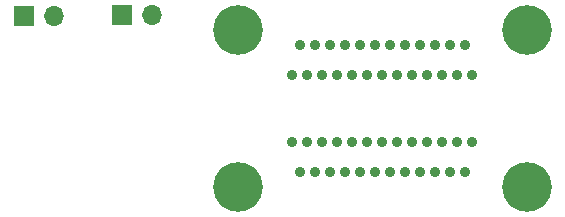
<source format=gbr>
%TF.GenerationSoftware,KiCad,Pcbnew,(6.0.4-0)*%
%TF.CreationDate,2022-07-14T08:44:55-06:00*%
%TF.ProjectId,25to25,3235746f-3235-42e6-9b69-6361645f7063,rev?*%
%TF.SameCoordinates,Original*%
%TF.FileFunction,Soldermask,Top*%
%TF.FilePolarity,Negative*%
%FSLAX46Y46*%
G04 Gerber Fmt 4.6, Leading zero omitted, Abs format (unit mm)*
G04 Created by KiCad (PCBNEW (6.0.4-0)) date 2022-07-14 08:44:55*
%MOMM*%
%LPD*%
G01*
G04 APERTURE LIST*
%ADD10R,1.700000X1.700000*%
%ADD11O,1.700000X1.700000*%
%ADD12C,4.200000*%
%ADD13C,0.910000*%
G04 APERTURE END LIST*
D10*
%TO.C,J2*%
X127300000Y-62500000D03*
D11*
X129840000Y-62500000D03*
%TD*%
D10*
%TO.C,J1*%
X119000000Y-62600000D03*
D11*
X121540000Y-62600000D03*
%TD*%
D12*
%TO.C,J4*%
X161635000Y-77060000D03*
X137125000Y-77060000D03*
D13*
X157000000Y-73250000D03*
X155730000Y-73250000D03*
X154460000Y-73250000D03*
X153190000Y-73250000D03*
X151920000Y-73250000D03*
X150650000Y-73250000D03*
X149380000Y-73250000D03*
X148110000Y-73250000D03*
X146840000Y-73250000D03*
X145570000Y-73250000D03*
X144300000Y-73250000D03*
X143030000Y-73250000D03*
X141760000Y-73250000D03*
X156365000Y-75790000D03*
X155095000Y-75790000D03*
X153825000Y-75790000D03*
X152555000Y-75790000D03*
X151285000Y-75790000D03*
X150015000Y-75790000D03*
X148745000Y-75790000D03*
X147475000Y-75790000D03*
X146205000Y-75790000D03*
X144935000Y-75790000D03*
X143665000Y-75790000D03*
X142395000Y-75790000D03*
%TD*%
D12*
%TO.C,J3*%
X137125000Y-63790000D03*
X161635000Y-63790000D03*
D13*
X157000000Y-67600000D03*
X155730000Y-67600000D03*
X154460000Y-67600000D03*
X153190000Y-67600000D03*
X151920000Y-67600000D03*
X150650000Y-67600000D03*
X149380000Y-67600000D03*
X148110000Y-67600000D03*
X146840000Y-67600000D03*
X145570000Y-67600000D03*
X144300000Y-67600000D03*
X143030000Y-67600000D03*
X141760000Y-67600000D03*
X156365000Y-65060000D03*
X155095000Y-65060000D03*
X153825000Y-65060000D03*
X152555000Y-65060000D03*
X151285000Y-65060000D03*
X150015000Y-65060000D03*
X148745000Y-65060000D03*
X147475000Y-65060000D03*
X146205000Y-65060000D03*
X144935000Y-65060000D03*
X143665000Y-65060000D03*
X142395000Y-65060000D03*
%TD*%
M02*

</source>
